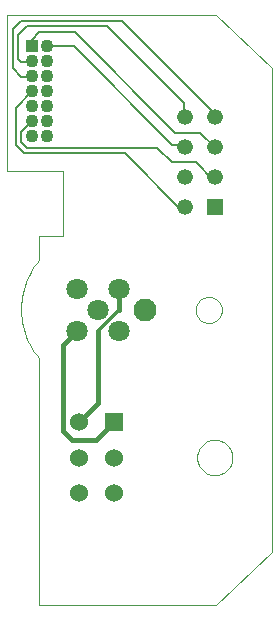
<source format=gtl>
G75*
G70*
%OFA0B0*%
%FSLAX24Y24*%
%IPPOS*%
%LPD*%
%AMOC8*
5,1,8,0,0,1.08239X$1,22.5*
%
%ADD10C,0.0000*%
%ADD11R,0.0525X0.0525*%
%ADD12C,0.0525*%
%ADD13R,0.0602X0.0602*%
%ADD14C,0.0602*%
%ADD15C,0.0709*%
%ADD16C,0.0768*%
%ADD17R,0.0430X0.0430*%
%ADD18C,0.0430*%
%ADD19C,0.0079*%
%ADD20C,0.0160*%
%ADD21C,0.0118*%
D10*
X001632Y000181D02*
X001632Y008410D01*
X001633Y008410D02*
X001557Y008506D01*
X001486Y008606D01*
X001419Y008708D01*
X001358Y008814D01*
X001302Y008922D01*
X001251Y009034D01*
X001205Y009147D01*
X001165Y009262D01*
X001131Y009380D01*
X001102Y009498D01*
X001079Y009618D01*
X001061Y009739D01*
X001050Y009861D01*
X001044Y009983D01*
X001044Y010105D01*
X001050Y010227D01*
X001061Y010349D01*
X001079Y010470D01*
X001102Y010590D01*
X001131Y010708D01*
X001165Y010826D01*
X001205Y010941D01*
X001251Y011054D01*
X001302Y011166D01*
X001358Y011274D01*
X001419Y011380D01*
X001486Y011482D01*
X001557Y011582D01*
X001633Y011678D01*
X001632Y011677D02*
X001632Y012504D01*
X002431Y012504D01*
X002431Y014670D01*
X000561Y014670D01*
X000561Y019866D01*
X007550Y019866D01*
X009420Y018095D01*
X009420Y001953D01*
X007550Y000181D01*
X001632Y000181D01*
X006907Y005103D02*
X006909Y005151D01*
X006915Y005199D01*
X006925Y005246D01*
X006938Y005292D01*
X006956Y005337D01*
X006976Y005381D01*
X007001Y005423D01*
X007029Y005462D01*
X007059Y005499D01*
X007093Y005533D01*
X007130Y005565D01*
X007168Y005594D01*
X007209Y005619D01*
X007252Y005641D01*
X007297Y005659D01*
X007343Y005673D01*
X007390Y005684D01*
X007438Y005691D01*
X007486Y005694D01*
X007534Y005693D01*
X007582Y005688D01*
X007630Y005679D01*
X007676Y005667D01*
X007721Y005650D01*
X007765Y005630D01*
X007807Y005607D01*
X007847Y005580D01*
X007885Y005550D01*
X007920Y005517D01*
X007952Y005481D01*
X007982Y005443D01*
X008008Y005402D01*
X008030Y005359D01*
X008050Y005315D01*
X008065Y005270D01*
X008077Y005223D01*
X008085Y005175D01*
X008089Y005127D01*
X008089Y005079D01*
X008085Y005031D01*
X008077Y004983D01*
X008065Y004936D01*
X008050Y004891D01*
X008030Y004847D01*
X008008Y004804D01*
X007982Y004763D01*
X007952Y004725D01*
X007920Y004689D01*
X007885Y004656D01*
X007847Y004626D01*
X007807Y004599D01*
X007765Y004576D01*
X007721Y004556D01*
X007676Y004539D01*
X007630Y004527D01*
X007582Y004518D01*
X007534Y004513D01*
X007486Y004512D01*
X007438Y004515D01*
X007390Y004522D01*
X007343Y004533D01*
X007297Y004547D01*
X007252Y004565D01*
X007209Y004587D01*
X007168Y004612D01*
X007130Y004641D01*
X007093Y004673D01*
X007059Y004707D01*
X007029Y004744D01*
X007001Y004783D01*
X006976Y004825D01*
X006956Y004869D01*
X006938Y004914D01*
X006925Y004960D01*
X006915Y005007D01*
X006909Y005055D01*
X006907Y005103D01*
X006865Y010024D02*
X006867Y010065D01*
X006873Y010106D01*
X006883Y010146D01*
X006896Y010185D01*
X006913Y010222D01*
X006934Y010258D01*
X006958Y010292D01*
X006985Y010323D01*
X007014Y010351D01*
X007047Y010377D01*
X007081Y010399D01*
X007118Y010418D01*
X007156Y010433D01*
X007196Y010445D01*
X007236Y010453D01*
X007277Y010457D01*
X007319Y010457D01*
X007360Y010453D01*
X007400Y010445D01*
X007440Y010433D01*
X007478Y010418D01*
X007514Y010399D01*
X007549Y010377D01*
X007582Y010351D01*
X007611Y010323D01*
X007638Y010292D01*
X007662Y010258D01*
X007683Y010222D01*
X007700Y010185D01*
X007713Y010146D01*
X007723Y010106D01*
X007729Y010065D01*
X007731Y010024D01*
X007729Y009983D01*
X007723Y009942D01*
X007713Y009902D01*
X007700Y009863D01*
X007683Y009826D01*
X007662Y009790D01*
X007638Y009756D01*
X007611Y009725D01*
X007582Y009697D01*
X007549Y009671D01*
X007515Y009649D01*
X007478Y009630D01*
X007440Y009615D01*
X007400Y009603D01*
X007360Y009595D01*
X007319Y009591D01*
X007277Y009591D01*
X007236Y009595D01*
X007196Y009603D01*
X007156Y009615D01*
X007118Y009630D01*
X007082Y009649D01*
X007047Y009671D01*
X007014Y009697D01*
X006985Y009725D01*
X006958Y009756D01*
X006934Y009790D01*
X006913Y009826D01*
X006896Y009863D01*
X006883Y009902D01*
X006873Y009942D01*
X006867Y009983D01*
X006865Y010024D01*
D11*
X007502Y013445D03*
D12*
X007502Y014445D03*
X007502Y015445D03*
X007502Y016445D03*
X006502Y016445D03*
X006502Y015445D03*
X006502Y014445D03*
X006502Y013445D03*
D13*
X004140Y006284D03*
D14*
X004140Y005103D03*
X004140Y003922D03*
X002959Y003922D03*
X002959Y005103D03*
X002959Y006284D03*
D15*
X002905Y009328D03*
X003601Y010024D03*
X002905Y010720D03*
X004297Y010720D03*
X004297Y009328D03*
D16*
X005176Y010024D03*
D17*
X001394Y018807D03*
D18*
X001394Y018307D03*
X001394Y017807D03*
X001394Y017307D03*
X001394Y016807D03*
X001394Y016307D03*
X001394Y015807D03*
X001894Y015807D03*
X001894Y016307D03*
X001894Y016807D03*
X001894Y017307D03*
X001894Y017807D03*
X001894Y018307D03*
X001894Y018807D03*
D19*
X002802Y018807D01*
X006073Y015536D01*
X006412Y015536D01*
X006502Y015445D01*
X006861Y014945D02*
X007451Y014355D01*
X007451Y014394D01*
X007502Y014445D01*
X007502Y015445D02*
X007018Y015929D01*
X006172Y015929D01*
X002825Y019276D01*
X001644Y019276D01*
X001394Y019026D01*
X001394Y018807D01*
X001394Y018307D02*
X001378Y018292D01*
X001054Y018292D01*
X000955Y018390D01*
X000955Y019177D01*
X001250Y019473D01*
X003908Y019473D01*
X006467Y016914D01*
X006467Y016481D01*
X006502Y016445D01*
X005581Y015437D02*
X006073Y014945D01*
X006861Y014945D01*
X007502Y016445D02*
X007502Y016567D01*
X004400Y019670D01*
X001054Y019670D01*
X000758Y019374D01*
X000758Y018095D01*
X001054Y017800D01*
X001386Y017800D01*
X001394Y017807D01*
X001394Y017307D02*
X000857Y016770D01*
X000857Y015536D01*
X001152Y015240D01*
X004498Y015240D01*
X006369Y013370D01*
X006428Y013370D01*
X006502Y013445D01*
X005581Y015437D02*
X001250Y015437D01*
X001054Y015634D01*
X001054Y015967D01*
X001394Y016307D01*
D20*
X004297Y010720D02*
X004297Y010019D01*
X003613Y009335D02*
X003613Y006937D01*
X002959Y006284D01*
X002431Y005989D02*
X002727Y005693D01*
X003550Y005693D01*
X004140Y006284D01*
X002431Y005989D02*
X002431Y008843D01*
X002905Y009316D01*
X002905Y009328D01*
D21*
X003613Y009335D02*
X004297Y010019D01*
M02*

</source>
